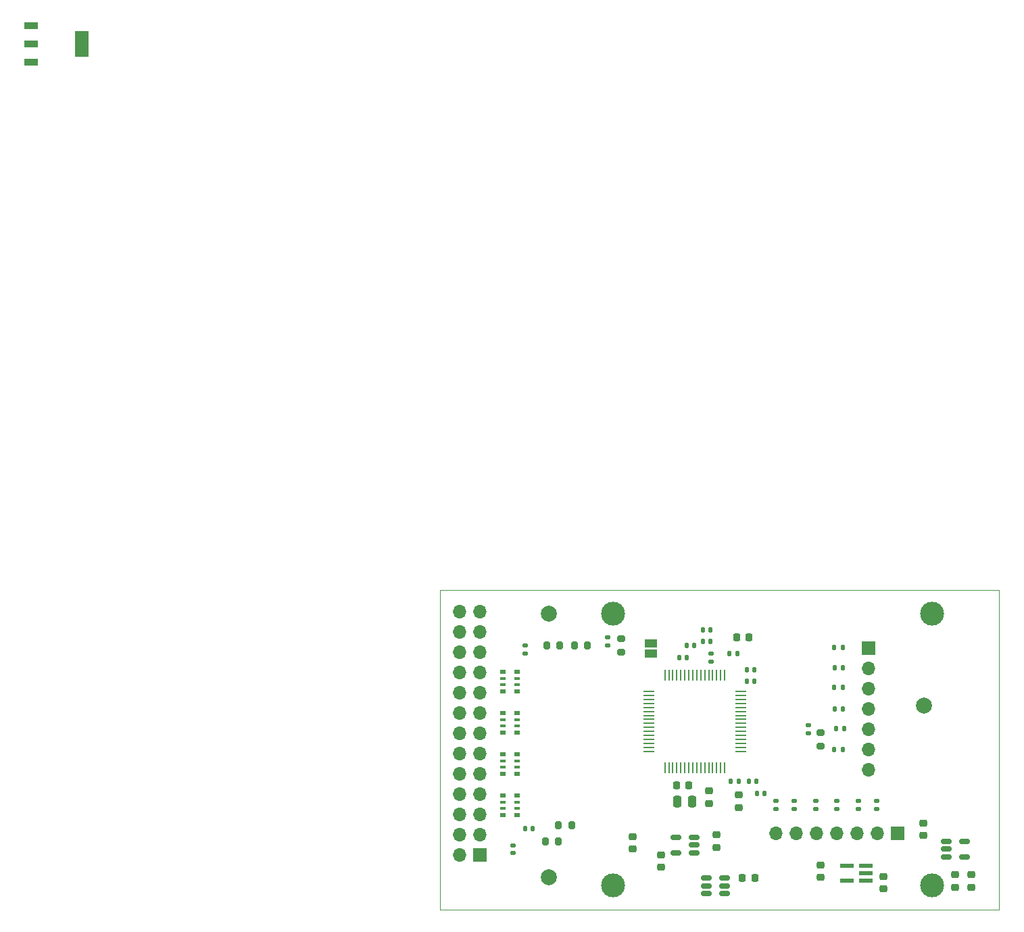
<source format=gbr>
%TF.GenerationSoftware,KiCad,Pcbnew,9.0.2-2.fc42*%
%TF.CreationDate,2025-06-23T11:30:10+02:00*%
%TF.ProjectId,bioamplifier,62696f61-6d70-46c6-9966-6965722e6b69,rev?*%
%TF.SameCoordinates,Original*%
%TF.FileFunction,Soldermask,Top*%
%TF.FilePolarity,Negative*%
%FSLAX46Y46*%
G04 Gerber Fmt 4.6, Leading zero omitted, Abs format (unit mm)*
G04 Created by KiCad (PCBNEW 9.0.2-2.fc42) date 2025-06-23 11:30:10*
%MOMM*%
%LPD*%
G01*
G04 APERTURE LIST*
G04 Aperture macros list*
%AMRoundRect*
0 Rectangle with rounded corners*
0 $1 Rounding radius*
0 $2 $3 $4 $5 $6 $7 $8 $9 X,Y pos of 4 corners*
0 Add a 4 corners polygon primitive as box body*
4,1,4,$2,$3,$4,$5,$6,$7,$8,$9,$2,$3,0*
0 Add four circle primitives for the rounded corners*
1,1,$1+$1,$2,$3*
1,1,$1+$1,$4,$5*
1,1,$1+$1,$6,$7*
1,1,$1+$1,$8,$9*
0 Add four rect primitives between the rounded corners*
20,1,$1+$1,$2,$3,$4,$5,0*
20,1,$1+$1,$4,$5,$6,$7,0*
20,1,$1+$1,$6,$7,$8,$9,0*
20,1,$1+$1,$8,$9,$2,$3,0*%
G04 Aperture macros list end*
%ADD10R,1.805236X0.612132*%
%ADD11RoundRect,0.135000X-0.185000X0.135000X-0.185000X-0.135000X0.185000X-0.135000X0.185000X0.135000X0*%
%ADD12R,0.800000X0.500000*%
%ADD13R,0.800000X0.400000*%
%ADD14C,3.000000*%
%ADD15RoundRect,0.200000X-0.200000X-0.275000X0.200000X-0.275000X0.200000X0.275000X-0.200000X0.275000X0*%
%ADD16RoundRect,0.225000X-0.250000X0.225000X-0.250000X-0.225000X0.250000X-0.225000X0.250000X0.225000X0*%
%ADD17RoundRect,0.140000X0.140000X0.170000X-0.140000X0.170000X-0.140000X-0.170000X0.140000X-0.170000X0*%
%ADD18RoundRect,0.135000X-0.135000X-0.185000X0.135000X-0.185000X0.135000X0.185000X-0.135000X0.185000X0*%
%ADD19RoundRect,0.140000X-0.170000X0.140000X-0.170000X-0.140000X0.170000X-0.140000X0.170000X0.140000X0*%
%ADD20RoundRect,0.140000X-0.140000X-0.170000X0.140000X-0.170000X0.140000X0.170000X-0.140000X0.170000X0*%
%ADD21RoundRect,0.150000X0.512500X0.150000X-0.512500X0.150000X-0.512500X-0.150000X0.512500X-0.150000X0*%
%ADD22R,1.750000X0.950000*%
%ADD23R,1.750000X3.200000*%
%ADD24RoundRect,0.150000X-0.512500X-0.150000X0.512500X-0.150000X0.512500X0.150000X-0.512500X0.150000X0*%
%ADD25RoundRect,0.140000X0.170000X-0.140000X0.170000X0.140000X-0.170000X0.140000X-0.170000X-0.140000X0*%
%ADD26R,1.500000X1.000000*%
%ADD27RoundRect,0.250000X0.250000X0.475000X-0.250000X0.475000X-0.250000X-0.475000X0.250000X-0.475000X0*%
%ADD28RoundRect,0.225000X0.250000X-0.225000X0.250000X0.225000X-0.250000X0.225000X-0.250000X-0.225000X0*%
%ADD29R,1.346200X0.279400*%
%ADD30R,0.279400X1.346200*%
%ADD31RoundRect,0.147500X0.172500X-0.147500X0.172500X0.147500X-0.172500X0.147500X-0.172500X-0.147500X0*%
%ADD32RoundRect,0.200000X0.275000X-0.200000X0.275000X0.200000X-0.275000X0.200000X-0.275000X-0.200000X0*%
%ADD33RoundRect,0.200000X-0.275000X0.200000X-0.275000X-0.200000X0.275000X-0.200000X0.275000X0.200000X0*%
%ADD34R,1.700000X1.700000*%
%ADD35O,1.700000X1.700000*%
%ADD36C,2.000000*%
%ADD37RoundRect,0.225000X-0.225000X-0.250000X0.225000X-0.250000X0.225000X0.250000X-0.225000X0.250000X0*%
%ADD38RoundRect,0.225000X0.225000X0.250000X-0.225000X0.250000X-0.225000X-0.250000X0.225000X-0.250000X0*%
%TA.AperFunction,Profile*%
%ADD39C,0.100000*%
%TD*%
G04 APERTURE END LIST*
D10*
%TO.C,U8*%
X105650483Y-108450001D03*
X105650483Y-107500000D03*
X105650483Y-106549999D03*
X103349517Y-106549999D03*
X103349517Y-108450001D03*
%TD*%
D11*
%TO.C,R14*%
X94460000Y-98490000D03*
X94460000Y-99510000D03*
%TD*%
D12*
%TO.C,RN4*%
X62000000Y-84723435D03*
D13*
X62000000Y-83923435D03*
X62000000Y-83123435D03*
D12*
X62000000Y-82323435D03*
X60200000Y-82323435D03*
D13*
X60200000Y-83123435D03*
X60200000Y-83923435D03*
D12*
X60200000Y-84723435D03*
%TD*%
D14*
%TO.C,FID4*%
X74000000Y-109000000D03*
%TD*%
D15*
%TO.C,R22*%
X65675000Y-79000000D03*
X67325000Y-79000000D03*
%TD*%
D11*
%TO.C,R10*%
X104710000Y-98490000D03*
X104710000Y-99510000D03*
%TD*%
D16*
%TO.C,C5*%
X89750000Y-97725000D03*
X89750000Y-99275000D03*
%TD*%
D17*
%TO.C,C4*%
X89730000Y-96000000D03*
X88770000Y-96000000D03*
%TD*%
D18*
%TO.C,R7*%
X101912865Y-89422865D03*
X102932865Y-89422865D03*
%TD*%
D14*
%TO.C,FID2*%
X114000000Y-109000000D03*
%TD*%
D18*
%TO.C,R8*%
X101740000Y-92000000D03*
X102760000Y-92000000D03*
%TD*%
D19*
%TO.C,C23*%
X86250000Y-80020000D03*
X86250000Y-80980000D03*
%TD*%
D16*
%TO.C,C25*%
X107849517Y-107900001D03*
X107849517Y-109450001D03*
%TD*%
D17*
%TO.C,C21*%
X91980000Y-96000000D03*
X91020000Y-96000000D03*
%TD*%
D20*
%TO.C,C20*%
X90770000Y-82000000D03*
X91730000Y-82000000D03*
%TD*%
D21*
%TO.C,U7*%
X84137500Y-104950000D03*
X84137500Y-104000000D03*
X84137500Y-103050000D03*
X81862500Y-103050000D03*
X81862500Y-104950000D03*
%TD*%
D12*
%TO.C,RN1*%
X62000000Y-100200000D03*
D13*
X62000000Y-99400000D03*
X62000000Y-98600000D03*
D12*
X62000000Y-97800000D03*
X60200000Y-97800000D03*
D13*
X60200000Y-98600000D03*
X60200000Y-99400000D03*
D12*
X60200000Y-100200000D03*
%TD*%
D20*
%TO.C,C1*%
X92020000Y-97500000D03*
X92980000Y-97500000D03*
%TD*%
D22*
%TO.C,IC1*%
X1150000Y-1325000D03*
X1150000Y-3625000D03*
X1150000Y-5925000D03*
D23*
X7450000Y-3625000D03*
%TD*%
D24*
%TO.C,U6*%
X115725000Y-103550000D03*
X115725000Y-104500000D03*
X115725000Y-105450000D03*
X118000000Y-105450000D03*
X118000000Y-103550000D03*
%TD*%
D11*
%TO.C,R11*%
X102043332Y-98490000D03*
X102043332Y-99510000D03*
%TD*%
D15*
%TO.C,R2*%
X65520000Y-103500000D03*
X67170000Y-103500000D03*
%TD*%
D19*
%TO.C,C37*%
X61500000Y-104020000D03*
X61500000Y-104980000D03*
%TD*%
D25*
%TO.C,C39*%
X63000000Y-79960000D03*
X63000000Y-79000000D03*
%TD*%
D17*
%TO.C,C38*%
X63980000Y-101918850D03*
X63020000Y-101918850D03*
%TD*%
D26*
%TO.C,JP2*%
X78785140Y-80000000D03*
X78785140Y-78700000D03*
%TD*%
D27*
%TO.C,C9*%
X83950000Y-98500000D03*
X82050000Y-98500000D03*
%TD*%
D16*
%TO.C,C44*%
X76500000Y-102950000D03*
X76500000Y-104500000D03*
%TD*%
D28*
%TO.C,C42*%
X87000000Y-104275000D03*
X87000000Y-102725000D03*
%TD*%
D16*
%TO.C,C41*%
X116862500Y-107725000D03*
X116862500Y-109275000D03*
%TD*%
D11*
%TO.C,R13*%
X96710000Y-98490000D03*
X96710000Y-99510000D03*
%TD*%
%TO.C,R9*%
X107074443Y-98490000D03*
X107074443Y-99510000D03*
%TD*%
D29*
%TO.C,U1*%
X78471500Y-84750000D03*
X78471500Y-85249999D03*
X78471500Y-85750000D03*
X78471500Y-86249999D03*
X78471500Y-86750001D03*
X78471500Y-87250000D03*
X78471500Y-87749999D03*
X78471500Y-88250000D03*
X78471500Y-88750000D03*
X78471500Y-89250001D03*
X78471500Y-89750000D03*
X78471500Y-90249999D03*
X78471500Y-90750001D03*
X78471500Y-91250000D03*
X78471500Y-91750001D03*
X78471500Y-92250000D03*
D30*
X80500000Y-94278500D03*
X80999999Y-94278500D03*
X81500000Y-94278500D03*
X81999999Y-94278500D03*
X82500001Y-94278500D03*
X83000000Y-94278500D03*
X83499999Y-94278500D03*
X84000000Y-94278500D03*
X84500000Y-94278500D03*
X85000001Y-94278500D03*
X85500000Y-94278500D03*
X85999999Y-94278500D03*
X86500001Y-94278500D03*
X87000000Y-94278500D03*
X87500001Y-94278500D03*
X88000000Y-94278500D03*
D29*
X90028500Y-92250000D03*
X90028500Y-91750001D03*
X90028500Y-91250000D03*
X90028500Y-90750001D03*
X90028500Y-90249999D03*
X90028500Y-89750000D03*
X90028500Y-89250001D03*
X90028500Y-88750000D03*
X90028500Y-88250000D03*
X90028500Y-87749999D03*
X90028500Y-87250000D03*
X90028500Y-86750001D03*
X90028500Y-86249999D03*
X90028500Y-85750000D03*
X90028500Y-85249999D03*
X90028500Y-84750000D03*
D30*
X88000000Y-82721500D03*
X87500001Y-82721500D03*
X87000000Y-82721500D03*
X86500001Y-82721500D03*
X85999999Y-82721500D03*
X85500000Y-82721500D03*
X85000001Y-82721500D03*
X84500000Y-82721500D03*
X84000000Y-82721500D03*
X83499999Y-82721500D03*
X83000000Y-82721500D03*
X82500001Y-82721500D03*
X81999999Y-82721500D03*
X81500000Y-82721500D03*
X80999999Y-82721500D03*
X80500000Y-82721500D03*
%TD*%
D20*
%TO.C,C7*%
X85270000Y-77000000D03*
X86230000Y-77000000D03*
%TD*%
D31*
%TO.C,D1*%
X98500000Y-89985000D03*
X98500000Y-89015000D03*
%TD*%
D15*
%TO.C,R20*%
X67175000Y-101500000D03*
X68825000Y-101500000D03*
%TD*%
D32*
%TO.C,R18*%
X75000000Y-79825000D03*
X75000000Y-78175000D03*
%TD*%
D20*
%TO.C,C19*%
X90770000Y-83500000D03*
X91730000Y-83500000D03*
%TD*%
%TO.C,C22*%
X82290000Y-80500000D03*
X83250000Y-80500000D03*
%TD*%
D18*
%TO.C,R3*%
X101740000Y-79250000D03*
X102760000Y-79250000D03*
%TD*%
D33*
%TO.C,R1*%
X100000000Y-89925000D03*
X100000000Y-91575000D03*
%TD*%
D34*
%TO.C,J3*%
X106000000Y-79300000D03*
D35*
X106000000Y-81840000D03*
X106000000Y-84380000D03*
X106000000Y-86920000D03*
X106000000Y-89460000D03*
X106000000Y-92000000D03*
X106000000Y-94540000D03*
%TD*%
D18*
%TO.C,R5*%
X101740000Y-84250000D03*
X102760000Y-84250000D03*
%TD*%
D19*
%TO.C,C30*%
X73305000Y-78000000D03*
X73305000Y-78960000D03*
%TD*%
D36*
%TO.C,H2*%
X113000000Y-86550000D03*
%TD*%
D37*
%TO.C,C3*%
X89475000Y-78000000D03*
X91025000Y-78000000D03*
%TD*%
D36*
%TO.C,H3*%
X66000000Y-108000000D03*
%TD*%
D37*
%TO.C,C46*%
X90225000Y-108087500D03*
X91775000Y-108087500D03*
%TD*%
D20*
%TO.C,C6*%
X85270000Y-78500000D03*
X86230000Y-78500000D03*
%TD*%
D16*
%TO.C,C43*%
X80000000Y-105225000D03*
X80000000Y-106775000D03*
%TD*%
D34*
%TO.C,J2*%
X57340000Y-105260000D03*
D35*
X54800000Y-105260000D03*
X57340000Y-102720000D03*
X54800000Y-102720000D03*
X57340000Y-100180000D03*
X54800000Y-100180000D03*
X57340000Y-97640000D03*
X54800000Y-97640000D03*
X57340000Y-95100000D03*
X54800000Y-95100000D03*
X57340000Y-92560000D03*
X54800000Y-92560000D03*
X57340000Y-90020000D03*
X54800000Y-90020000D03*
X57340000Y-87480000D03*
X54800000Y-87480000D03*
X57340000Y-84940000D03*
X54800000Y-84940000D03*
X57340000Y-82400000D03*
X54800000Y-82400000D03*
X57340000Y-79860000D03*
X54800000Y-79860000D03*
X57340000Y-77320000D03*
X54800000Y-77320000D03*
X57340000Y-74780000D03*
X54800000Y-74780000D03*
%TD*%
D16*
%TO.C,C27*%
X112862500Y-101225000D03*
X112862500Y-102775000D03*
%TD*%
D15*
%TO.C,R17*%
X69175000Y-79000000D03*
X70825000Y-79000000D03*
%TD*%
D20*
%TO.C,C2*%
X88615000Y-80000000D03*
X89575000Y-80000000D03*
%TD*%
D14*
%TO.C,FID3*%
X74000000Y-75000000D03*
%TD*%
D24*
%TO.C,U11*%
X85725000Y-108137500D03*
X85725000Y-109087500D03*
X85725000Y-110037500D03*
X88000000Y-110037500D03*
X88000000Y-109087500D03*
X88000000Y-108137500D03*
%TD*%
D16*
%TO.C,C29*%
X118862500Y-107725000D03*
X118862500Y-109275000D03*
%TD*%
D11*
%TO.C,R12*%
X99376666Y-98490000D03*
X99376666Y-99510000D03*
%TD*%
D20*
%TO.C,C24*%
X83250000Y-79000000D03*
X84210000Y-79000000D03*
%TD*%
D36*
%TO.C,H1*%
X66000000Y-75000000D03*
%TD*%
D12*
%TO.C,RN3*%
X62000000Y-95041145D03*
D13*
X62000000Y-94241145D03*
X62000000Y-93441145D03*
D12*
X62000000Y-92641145D03*
X60200000Y-92641145D03*
D13*
X60200000Y-93441145D03*
X60200000Y-94241145D03*
D12*
X60200000Y-95041145D03*
%TD*%
D38*
%TO.C,C10*%
X83525000Y-96500000D03*
X81975000Y-96500000D03*
%TD*%
D18*
%TO.C,R6*%
X101766826Y-86904542D03*
X102786826Y-86904542D03*
%TD*%
D28*
%TO.C,C40*%
X100000000Y-108050000D03*
X100000000Y-106500000D03*
%TD*%
D14*
%TO.C,FID1*%
X114000000Y-75000000D03*
%TD*%
D16*
%TO.C,C8*%
X86000000Y-97225000D03*
X86000000Y-98775000D03*
%TD*%
D18*
%TO.C,R4*%
X101750000Y-81750000D03*
X102770000Y-81750000D03*
%TD*%
D12*
%TO.C,RN2*%
X62000000Y-89882290D03*
D13*
X62000000Y-89082290D03*
X62000000Y-88282290D03*
D12*
X62000000Y-87482290D03*
X60200000Y-87482290D03*
D13*
X60200000Y-88282290D03*
X60200000Y-89082290D03*
D12*
X60200000Y-89882290D03*
%TD*%
D34*
%TO.C,J1*%
X109620000Y-102500000D03*
D35*
X107080000Y-102500000D03*
X104540000Y-102500000D03*
X102000000Y-102500000D03*
X99460000Y-102500000D03*
X96920000Y-102500000D03*
X94380000Y-102500000D03*
%TD*%
D39*
X52375000Y-72050000D02*
X122375000Y-72050000D01*
X122375000Y-112050000D01*
X52375000Y-112050000D01*
X52375000Y-72050000D01*
M02*

</source>
